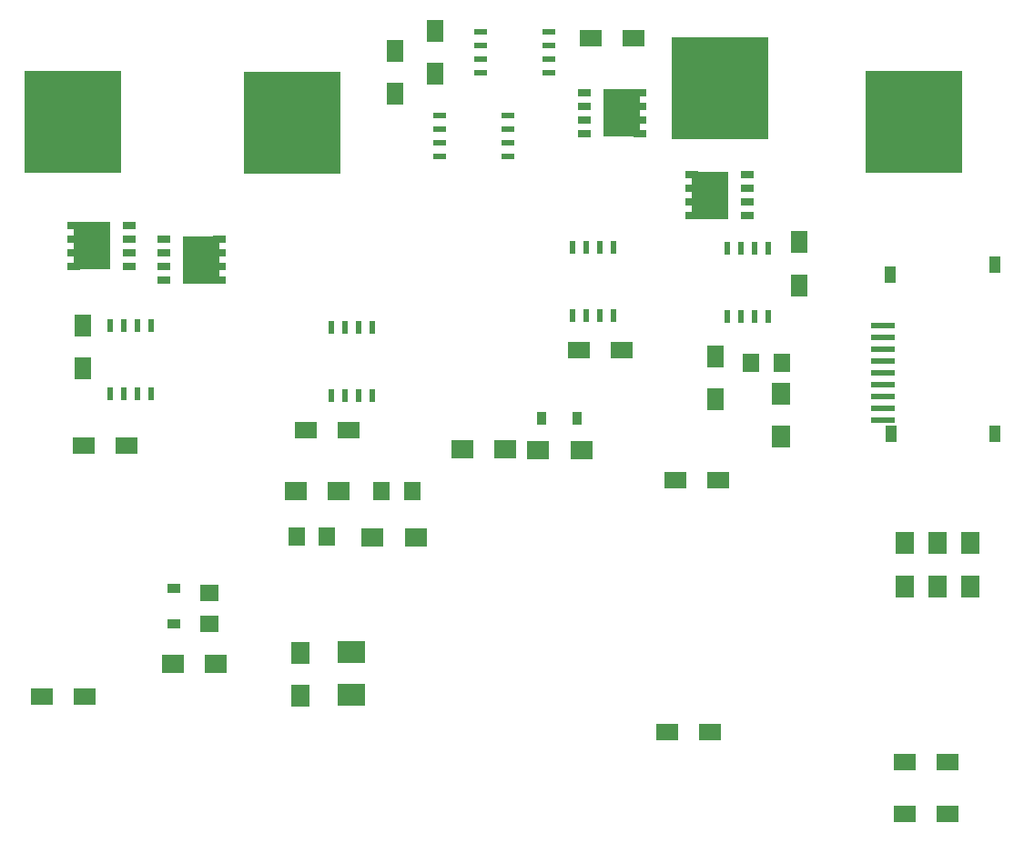
<source format=gbr>
G04 #@! TF.FileFunction,Paste,Top*
%FSLAX46Y46*%
G04 Gerber Fmt 4.6, Leading zero omitted, Abs format (unit mm)*
G04 Created by KiCad (PCBNEW 4.0.1-stable) date 11.07.2016 15:10:56*
%MOMM*%
G01*
G04 APERTURE LIST*
%ADD10C,0.100000*%
%ADD11R,2.000000X1.700000*%
%ADD12R,0.508000X1.143000*%
%ADD13R,2.000000X1.600000*%
%ADD14R,1.600000X2.000000*%
%ADD15R,0.910000X1.220000*%
%ADD16R,2.500000X2.000000*%
%ADD17R,1.597660X1.800860*%
%ADD18R,1.800860X1.597660*%
%ADD19R,1.700000X2.000000*%
%ADD20R,1.220000X0.910000*%
%ADD21R,1.143000X0.508000*%
%ADD22R,1.000000X1.500000*%
%ADD23R,2.200000X0.600000*%
%ADD24R,1.300000X0.700000*%
%ADD25R,3.400000X4.500000*%
%ADD26R,9.000000X9.500000*%
G04 APERTURE END LIST*
D10*
D11*
X108810040Y-85887560D03*
X112810040Y-85887560D03*
D12*
X93375480Y-80777080D03*
X92105480Y-80777080D03*
X90835480Y-80777080D03*
X89565480Y-80777080D03*
X89565480Y-74427080D03*
X90835480Y-74427080D03*
X92105480Y-74427080D03*
X93375480Y-74427080D03*
X126339600Y-67068700D03*
X127609600Y-67068700D03*
X128879600Y-67068700D03*
X130149600Y-67068700D03*
X130149600Y-73418700D03*
X128879600Y-73418700D03*
X127609600Y-73418700D03*
X126339600Y-73418700D03*
D13*
X62600000Y-108800000D03*
X66600000Y-108800000D03*
X116600000Y-76500000D03*
X112600000Y-76500000D03*
X91154000Y-84013040D03*
X87154000Y-84013040D03*
D14*
X95500000Y-52700000D03*
X95500000Y-48700000D03*
D13*
X142907000Y-119761000D03*
X146907000Y-119761000D03*
X142907000Y-114935000D03*
X146907000Y-114935000D03*
D15*
X109119160Y-82870040D03*
X112389160Y-82870040D03*
D12*
X68961000Y-74295000D03*
X70231000Y-74295000D03*
X71501000Y-74295000D03*
X72771000Y-74295000D03*
X72771000Y-80645000D03*
X71501000Y-80645000D03*
X70231000Y-80645000D03*
X68961000Y-80645000D03*
X115757960Y-73283320D03*
X114487960Y-73283320D03*
X113217960Y-73283320D03*
X111947960Y-73283320D03*
X111947960Y-66933320D03*
X113217960Y-66933320D03*
X114487960Y-66933320D03*
X115757960Y-66933320D03*
D11*
X101700000Y-85800000D03*
X105700000Y-85800000D03*
D13*
X120800000Y-112100000D03*
X124800000Y-112100000D03*
X125520200Y-88658700D03*
X121520200Y-88658700D03*
D16*
X91401900Y-108616500D03*
X91401900Y-104616500D03*
D17*
X128580140Y-77700000D03*
X131419860Y-77700000D03*
X86324440Y-93878400D03*
X89164160Y-93878400D03*
D18*
X78232000Y-99164140D03*
X78232000Y-102003860D03*
D19*
X131400000Y-84600000D03*
X131400000Y-80600000D03*
D11*
X97389700Y-93967300D03*
X93389700Y-93967300D03*
X74835000Y-105780840D03*
X78835000Y-105780840D03*
D19*
X142857220Y-98514540D03*
X142857220Y-94514540D03*
X145905220Y-98514540D03*
X145905220Y-94514540D03*
X148953220Y-98514540D03*
X148953220Y-94514540D03*
X86702900Y-108743500D03*
X86702900Y-104743500D03*
D14*
X133108700Y-66503800D03*
X133108700Y-70503800D03*
D20*
X74942700Y-98720400D03*
X74942700Y-101990400D03*
D14*
X125313440Y-77136240D03*
X125313440Y-81136240D03*
D13*
X70500000Y-85400000D03*
X66500000Y-85400000D03*
X117697000Y-47498000D03*
X113697000Y-47498000D03*
D14*
X99200000Y-46800000D03*
X99200000Y-50800000D03*
D21*
X109794040Y-46934120D03*
X109794040Y-48204120D03*
X109794040Y-49474120D03*
X109794040Y-50744120D03*
X103444040Y-50744120D03*
X103444040Y-49474120D03*
X103444040Y-48204120D03*
X103444040Y-46934120D03*
D14*
X66410840Y-78276200D03*
X66410840Y-74276200D03*
D17*
X97050860Y-89687400D03*
X94211140Y-89687400D03*
D11*
X86214200Y-89687400D03*
X90214200Y-89687400D03*
D22*
X141569400Y-69534400D03*
X151246800Y-68620000D03*
X151246800Y-84320000D03*
D23*
X140829300Y-74236500D03*
X140829300Y-83034500D03*
X140829300Y-81934500D03*
X140829300Y-80834500D03*
X140829300Y-79734500D03*
X140829300Y-78634500D03*
X140829300Y-77534500D03*
X140829300Y-76434500D03*
X140829300Y-75334500D03*
D22*
X141646800Y-84320000D03*
D24*
X118251280Y-52552600D03*
X113051280Y-52552600D03*
X118251280Y-53822600D03*
X113051280Y-53822600D03*
X118251280Y-55092600D03*
X113051280Y-55092600D03*
X118251280Y-56362600D03*
X113051280Y-56362600D03*
D25*
X116565680Y-54457600D03*
D24*
X123083800Y-64025400D03*
X128283800Y-64025400D03*
X123083800Y-62755400D03*
X128283800Y-62755400D03*
X123083800Y-61485400D03*
X128283800Y-61485400D03*
X123083800Y-60215400D03*
X128283800Y-60215400D03*
D25*
X124769400Y-62120400D03*
D24*
X65583800Y-68725400D03*
X70783800Y-68725400D03*
X65583800Y-67455400D03*
X70783800Y-67455400D03*
X65583800Y-66185400D03*
X70783800Y-66185400D03*
X65583800Y-64915400D03*
X70783800Y-64915400D03*
D25*
X67269400Y-66820400D03*
D24*
X79130200Y-66233040D03*
X73930200Y-66233040D03*
X79130200Y-67503040D03*
X73930200Y-67503040D03*
X79130200Y-68773040D03*
X73930200Y-68773040D03*
X79130200Y-70043040D03*
X73930200Y-70043040D03*
D25*
X77444600Y-68138040D03*
D26*
X143700000Y-55249800D03*
X85900000Y-55349800D03*
X65500000Y-55249800D03*
D21*
X99625000Y-58505000D03*
X99625000Y-57235000D03*
X99625000Y-55965000D03*
X99625000Y-54695000D03*
X105975000Y-54695000D03*
X105975000Y-55965000D03*
X105975000Y-57235000D03*
X105975000Y-58505000D03*
D26*
X125700000Y-52149800D03*
M02*

</source>
